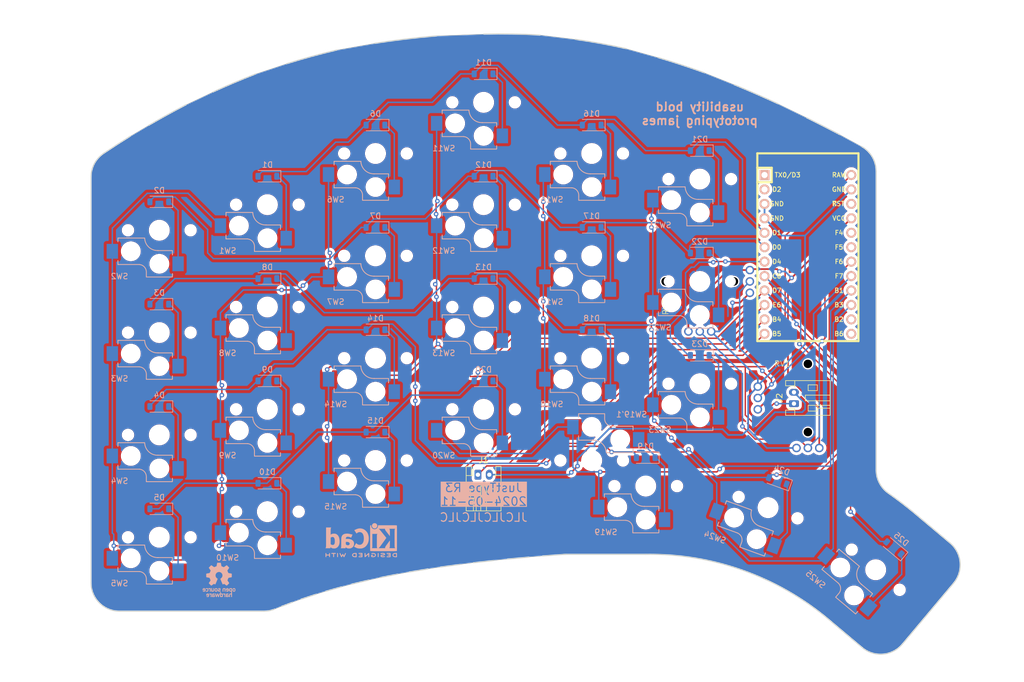
<source format=kicad_pcb>
(kicad_pcb (version 20240108) (generator "pcbnew") (generator_version "8.0")
  (title_block (title "Just Type") (date "2024-05-11") (rev "3") (company "justfont & Pragmatic Inc.") (comment 1 "by James Sa"))
  (layers (0 "F.Cu" signal) (31 "B.Cu" signal) (34 "B.Paste" user) (35 "F.Paste" user) (36 "B.SilkS" user "B.Silkscreen") (37 "F.SilkS" user "F.Silkscreen") (38 "B.Mask" user) (39 "F.Mask" user) (44 "Edge.Cuts" user))
  (net 0 "")
  (net 1 "Net-(D1-K)")
  (net 2 "Row 1")
  (net 3 "Net-(D2-K)")
  (net 4 "Net-(D3-K)")
  (net 5 "Net-(D4-K)")
  (net 6 "Net-(D5-K)")
  (net 7 "Row 2")
  (net 8 "Net-(D6-K)")
  (net 9 "Net-(D7-K)")
  (net 10 "Net-(D8-K)")
  (net 11 "Net-(D9-K)")
  (net 12 "Net-(D10-K)")
  (net 13 "Row 3")
  (net 14 "Net-(D11-K)")
  (net 15 "Net-(D12-K)")
  (net 16 "Net-(D13-K)")
  (net 17 "Net-(D14-K)")
  (net 18 "Net-(D15-K)")
  (net 19 "Row 4")
  (net 20 "Net-(D16-K)")
  (net 21 "Net-(D17-K)")
  (net 22 "Net-(D18-K)")
  (net 23 "Net-(D19-K)")
  (net 24 "Net-(D20-K)")
  (net 25 "Row 5")
  (net 26 "Net-(D21-K)")
  (net 27 "Net-(D22-K)")
  (net 28 "Net-(D23-K)")
  (net 29 "Net-(D24-K)")
  (net 30 "Net-(D25-K)")
  (net 31 "Col 1")
  (net 32 "Col 2")
  (net 33 "Col 3")
  (net 34 "Col 4")
  (net 35 "Col 5")
  (net 41 "GND")
  (net 44 "BAT+")
  (net 45 "VCC")
  (net 46 "X")
  (net 47 "Y")
  (footprint "Connector_JST:JST_PH_S2B-PH-K_1x02_P2.00mm_Horizontal" (layer "F.Cu") (at 108 116)
    (property "Reference" "J1")
    (property "Value" "Conn_01x02")
  )
  (footprint "keyboard_jsa:ArduinoProMicro" (layer "F.Cu") (at 166 77.25 -90)
    (property "Reference" "U1" (hide yes))
    (property "Value" "ProMicro" (hide yes))
  )
  (footprint "keyboard_jsa:PSP thumbstick" (layer "F.Cu") (at 166 102.5)
    (property "Reference" "RV1")
    (property "Value" "R_Potentiometer_Dual")
  )
  (footprint "Connector_JST:JST_PH_S2B-PH-K_1x02_P2.00mm_Horizontal" (layer "F.Cu") (at 163.55 103.5 90)
    (property "Reference" "J2")
    (property "Value" "Conn_01x02")
  )
  (footprint "keyboard_jsa:PSP thumbstick" (layer "F.Cu") (at 147 82 90)
    (property "Reference" "RV2")
    (property "Value" "R_Potentiometer_Dual")
  )
  (footprint "Diode_SMD:D_SOD-123" (layer "B.Cu") (at 71 117.5 180)
    (property "Reference" "D10")
    (property "Value" "1N4448W")
  )
  (footprint "Diode_SMD:D_SOD-123" (layer "B.Cu") (at 52 122 180)
    (property "Reference" "D5")
    (property "Value" "1N4448W")
  )
  (footprint "keyboard_jsa:ChocV1_Hotswap" (layer "B.Cu") (at 128 59.5 180)
    (property "Reference" "SW16")
    (property "Value" "SW_Push" (hide yes))
  )
  (footprint "Diode_SMD:D_SOD-123" (layer "B.Cu") (at 71 63.5 180)
    (property "Reference" "D1")
    (property "Value" "1N4448W")
  )
  (footprint "keyboard_jsa:ChocV1_Hotswap" (layer "B.Cu") (at 147 82 180)
    (property "Reference" "SW22")
    (property "Value" "SW_Push" (hide yes))
  )
  (footprint "keyboard_jsa:ChocV1_Hotswap" (layer "B.Cu") (at 128 95.5 180)
    (property "Reference" "SW18")
    (property "Value" "SW_Push" (hide yes))
  )
  (footprint "keyboard_jsa:ChocV1_Hotswap" (layer "B.Cu") (at 52 91 180)
    (property "Reference" "SW3")
    (property "Value" "SW_Push" (hide yes))
  )
  (footprint "Diode_SMD:D_SOD-123" (layer "B.Cu") (at 128 72.5 180)
    (property "Reference" "D17")
    (property "Value" "1N4448W")
  )
  (footprint "keyboard_jsa:ChocV1_Hotswap" (layer "B.Cu") (at 90 95.5 180)
    (property "Reference" "SW14")
    (property "Value" "SW_Push" (hide yes))
  )
  (footprint "Diode_SMD:D_SOD-123" (layer "B.Cu") (at 52 86 180)
    (property "Reference" "D3")
    (property "Value" "1N4448W")
  )
  (footprint "Symbol:KiCad-Logo2_5mm_SilkScreen" (layer "B.Cu") (at 87.5 127.5 180)
    (property "Reference" "REF**" (hide yes))
    (property "Value" "KiCad-Logo2_5mm_SilkScreen" (hide yes))
  )
  (footprint "Diode_SMD:D_SOD-123" (layer "B.Cu") (at 52 104 180)
    (property "Reference" "D4")
    (property "Value" "1N4448W")
  )
  (footprint "Diode_SMD:D_SOD-123" (layer "B.Cu") (at 109 81.5 180)
    (property "Reference" "D13")
    (property "Value" "1N4448W")
  )
  (footprint "Diode_SMD:D_SOD-123" (layer "B.Cu") (at 181.125497 128.882718 140)
    (property "Reference" "D25")
    (property "Value" "1N4448W")
  )
  (footprint "Diode_SMD:D_SOD-123" (layer "B.Cu") (at 147 95 180)
    (property "Reference" "D23")
    (property "Value" "1N4448W")
  )
  (footprint "Diode_SMD:D_SOD-123" (layer "B.Cu") (at 147 59 180)
    (property "Reference" "D21")
    (property "Value" "1N4448W")
  )
  (footprint "keyboard_jsa:ChocV1_Hotswap" (layer "B.Cu") (at 128 113.5)
    (property "Reference" "SW19'1")
    (property "Value" "SW_Push" (hide yes))
  )
  (footprint "Diode_SMD:D_SOD-123" (layer "B.Cu") (at 128 90.5 180)
    (property "Reference" "D18")
    (property "Value" "1N4448W")
  )
  (footprint "keyboard_jsa:ChocV1_Hotswap" (layer "B.Cu") (at 109 86.5 180)
    (property "Reference" "SW13")
    (property "Value" "SW_Push" (hide yes))
  )
  (footprint "Symbol:OSHW-Logo_5.7x6mm_SilkScreen" (layer "B.Cu") (at 62.5 134.5 180)
    (property "Reference" "REF**" (hide yes))
    (property "Value" "OSHW-Logo_5.7x6mm_SilkScreen" (hide yes))
  )
  (footprint "Diode_SMD:D_SOD-123" (layer "B.Cu") (at 109 99.5 180)
    (property "Reference" "D20")
    (property "Value" "1N4448W")
  )
  (footprint "Diode_SMD:D_SOD-123" (layer "B.Cu") (at 90 90.5 180)
    (property "Reference" "D14")
    (property "Value" "1N4448W")
  )
  (footprint "Diode_SMD:D_SOD-123" (layer "B.Cu") (at 90 72.5 180)
    (property "Reference" "D7")
    (property "Value" "1N4448W")
  )
  (footprint "keyboard_jsa:ChocV1_Hotswap" (layer "B.Cu") (at 177.911559 132.71294 140)
    (property "Reference" "SW25")
    (property "Value" "SW_Push" (hide yes))
  )
  (footprint "Diode_SMD:D_SOD-123" (layer "B.Cu") (at 90 108.5 180)
    (property "Reference" "D15")
    (property "Value" "1N4448W")
  )
  (footprint "keyboard_jsa:ChocV1_Hotswap" (layer "B.Cu") (at 90 59.5 180)
    (property "Reference" "SW6")
    (property "Value" "SW_Push" (hide yes))
  )
  (footprint "keyboard_jsa:ChocV1_Hotswap" (layer "B.Cu") (at 71 86.5 180)
    (property "Reference" "SW8")
    (property "Value" "SW_Push" (hide yes))
  )
  (footprint "keyboard_jsa:ChocV1_Hotswap" (layer "B.Cu") (at 159 121.791958 160)
    (property "Reference" "SW24")
    (property "Value" "SW_Push" (hide yes))
  )
  (footprint "keyboard_jsa:ChocV1_Hotswap" (layer "B.Cu") (at 71 68.5 180)
    (property "Reference" "SW1")
    (property "Value" "SW_Push" (hide yes))
  )
  (footprint "keyboard_jsa:ChocV1_Hotswap" (layer "B.Cu") (at 90 113.5 180)
    (property "Reference" "SW15")
    (property "Value" "SW_Push" (hide yes))
  )
  (footprint "Diode_SMD:D_SOD-123" (layer "B.Cu") (at 90 54.5 180)
    (property "Reference" "D6")
    (property "Value" "1N4448W")
  )
  (footprint "keyboard_jsa:ChocV1_Hotswap" (layer "B.Cu") (at 128 77.5 180)
    (property "Reference" "SW17")
    (property "Value" "SW_Push" (hide yes))
  )
  (footprint "keyboard_jsa:ChocV1_Hotswap" (layer "B.Cu") (at 90 77.5 180)
    (property "Reference" "SW7")
    (property "Value" "SW_Push" (hide yes))
  )
  (footprint "Diode_SMD:D_SOD-123" (layer "B.Cu") (at 52 68 180)
    (property "Reference" "D2")
    (property "Value" "1N4448W")
  )
  (footprint "keyboard_jsa:ChocV1_Hotswap" (layer "B.Cu") (at 109 68.5 180)
    (property "Reference" "SW12")
    (property "Value" "SW_Push" (hide yes))
  )
  (footprint "keyboard_jsa:ChocV1_Hotswap" (layer "B.Cu") (at 71 122.5 180)
    (property "Reference" "SW10")
    (property "Value" "SW_Push" (hide yes))
  )
  (footprint "Diode_SMD:D_SOD-123" (layer "B.Cu") (at 137.5 113 180)
    (property "Reference" "D19")
    (property "Value" "1N4448W")
  )
  (footprint "Diode_SMD:D_SOD-123" (layer "B.Cu") (at 109 63.5 180)
    (property "Reference" "D12")
    (property "Value" "1N4448W")
  )
  (footprint "keyboard_jsa:ChocV1_Hotswap" (layer "B.Cu") (at 71 104.5 180)
    (property "Reference" "SW9")
    (property "Value" "SW_Push" (hide yes))
  )
  (footprint "Diode_SMD:D_SOD-123" (layer "B.Cu") (at 128 54.5 180)
    (property "Reference" "D16")
    (property "Value" "1N4448W")
  )
  (footprint "Diode_SMD:D_SOD-123" (layer "B.Cu") (at 147 77 180)
    (property "Reference" "D22")
    (property "Value" "1N4448W")
  )
  (footprint "Diode_SMD:D_SOD-123" (layer "B.Cu") (at 71 99.5 180)
    (property "Reference" "D9")
    (property "Value" "1N4448W")
  )
  (footprint "Diode_SMD:D_SOD-123" (layer "B.Cu") (at 160.710101 117.093495 160)
    (property "Reference" "D24")
    (property "Value" "1N4448W")
  )
  (footprint "keyboard_jsa:ChocV1_Hotswap" (layer "B.Cu") (at 147 64 180)
    (property "Reference" "SW21")
    (property "Value" "SW_Push" (hide yes))
  )
  (footprint "keyboard_jsa:ChocV1_Hotswap" (layer "B.Cu") (at 147 100 180)
    (property "Reference" "SW23")
    (property "Value" "SW_Push" (hide yes))
  )
  (footprint "keyboard_jsa:ChocV1_Hotswap" (layer "B.Cu") (at 137.5 118 180)
    (property "Reference" "SW19")
    (property "Value" "SW_Push" (hide yes))
  )
  (footprint "keyboard_jsa:ChocV1_Hotswap" (layer "B.Cu") (at 52 73 180)
    (property "Reference" "SW2")
    (property "Value" "SW_Push" (hide yes))
  )
  (footprint "Diode_SMD:D_SOD-123" (layer "B.Cu") (at 71 81.5 180)
    (property "Reference" "D8")
    (property "Value" "1N4448W")
  )
  (footprint "keyboard_jsa:ChocV1_Hotswap" (layer "B.Cu") (at 109 50.5 180)
    (property "Reference" "SW11")
    (property "Value" "SW_Push" (hide yes))
  )
  (footprint "keyboard_jsa:ChocV1_Hotswap" (layer "B.Cu") (at 109 104.5 180)
    (property "Reference" "SW20")
    (property "Value" "SW_Push" (hide yes))
  )
  (footprint "keyboard_jsa:ChocV1_Hotswap" (layer "B.Cu") (at 52 109 180)
    (property "Reference" "SW4")
    (property "Value" "SW_Push" (hide yes))
  )
  (footprint "Diode_SMD:D_SOD-123" (layer "B.Cu") (at 109 45.5 180)
    (property "Reference" "D11")
    (property "Value" "1N4448W")
  )
  (footprint "keyboard_jsa:ChocV1_Hotswap" (layer "B.Cu") (at 52 127 180)
    (property "Reference" "SW5")
    (property "Value" "SW_Push" (hide yes))
  )
  (gr_curve (pts (xy 84.016476 135.725166) (xy 83.092689 135.974523) (xy 82.183506 136.230197) (xy 81.288627 136.492059)) (stroke (width 0.2)) (layer "Edge.Cuts"))
  (gr_line (start 100.733679 38.813528) (end 109.029466 38.5) (stroke (width 0.1)) (layer "Edge.Cuts"))
  (gr_curve (pts (xy 88.784172 134.542732) (xy 87.800422 134.76615) (xy 86.83195 134.996178) (xy 85.878654 135.23277)) (stroke (width 0.2)) (layer "Edge.Cuts"))
  (gr_line (start 99.227767 132.570724) (end 101.448352 132.233364) (stroke (width 0.1)) (layer "Edge.Cuts"))
  (gr_curve (pts (xy 42.220558 59.484936) (xy 41.679348 59.846861) (xy 41.214004 60.311035) (xy 40.850719 60.851333)) (stroke (width 0.2)) (layer "Edge.Cuts"))
  (gr_curve (pts (xy 123.115502 130.012103) (xy 121.858284 130.099737) (xy 120.6111 130.191712) (xy 119.373953 130.288029)) (stroke (width 0.2)) (layer "Edge.Cuts"))
  (gr_arc (start 45 140) (mid 41.464466 138.535534) (end 40 135) (stroke (width 0.2)) (layer "Edge.Cuts"))
  (gr_curve (pts (xy 116.930186 130.493868) (xy 115.679743 130.601923) (xy 114.440159 130.714676) (xy 113.21161 130.832202)) (stroke (width 0.2)) (layer "Edge.Cuts"))
  (gr_curve (pts (xy 99.227767 132.570724) (xy 98.124502 132.742444) (xy 97.035292 132.920244) (xy 95.960553 133.104303)) (stroke (width 0.2)) (layer "Edge.Cuts"))
  (gr_curve (pts (xy 153.038122 47.394119) (xy 155.642059 48.468047) (xy 158.211734 49.591916) (xy 160.752359 50.758129)) (stroke (width 0.2)) (layer "Edge.Cuts"))
  (gr_arc (start 137.500001 130) (mid 154.943204 132.944448) (end 170.196417 141.904055) (stroke (width 0.2)) (layer "Edge.Cuts"))
  (gr_line (start 84.016476 135.725166) (end 85.878654 135.23277) (stroke (width 0.1)) (layer "Edge.Cuts"))
  (gr_curve (pts (xy 139.616116 42.610928) (xy 142.394317 43.430839) (xy 145.118315 44.329759) (xy 147.795987 45.296206)) (stroke (width 0.2)) (layer "Edge.Cuts"))
  (gr_curve (pts (xy 89.862863 40.126827) (xy 93.295417 39.586664) (xy 96.913023 39.145682) (xy 100.733679 38.813528)) (stroke (width 0.2)) (layer "Edge.Cuts"))
  (gr_curve (pts (xy 40.850719 60.851333) (xy 40.574974 61.261437) (xy 40.361546 61.710166) (xy 40.217406 62.182866)) (stroke (width 0.2)) (layer "Edge.Cuts"))
  (gr_line (start 93.855871 133.4918) (end 95.960553 133.104303) (stroke (width 0.1)) (layer "Edge.Cuts"))
  (gr_line (start 104.880398 131.771086) (end 107.20703 131.479598) (stroke (width 0.1)) (layer "Edge.Cuts"))
  (gr_line (start 134.00551 41.050116) (end 139.616116 42.610928) (stroke (width 0.1)) (layer "Edge.Cuts"))
  (gr_arc (start 182.602101 145.789591) (mid 179.207323 147.555984) (end 175.557824 146.404541) (stroke (width 0.2)) (layer "Edge.Cuts"))
  (gr_curve (pts (xy 75.338288 138.460836) (xy 74.712281 138.68903) (xy 74.093911 138.920529) (xy 73.483094 139.155294)) (stroke (width 0.2)) (layer "Edge.Cuts"))
  (gr_curve (pts (xy 79.540491 137.033786) (xy 78.67326 137.307607) (xy 77.819704 137.587344) (xy 76.979522 137.872865)) (stroke (width 0.2)) (layer "Edge.Cuts"))
  (gr_line (start 110.788724 131.082053) (end 113.21161 130.832202) (stroke (width 0.1)) (layer "Edge.Cuts"))
  (gr_line (start 72.283934 139.634547) (end 73.483094 139.155294) (stroke (width 0.1)) (layer "Edge.Cuts"))
  (gr_line (start 147.795987 45.296206) (end 153.038122 47.394119) (stroke (width 0.1)) (layer "Edge.Cuts"))
  (gr_line (start 178 115.157828) (end 178 62.637975) (stroke (width 0.2)) (layer "Edge.Cuts"))
  (gr_curve (pts (xy 123.289238 130.003027) (xy 123.347198 130.001009) (xy 123.405189 130) (xy 123.463184 130)) (stroke (width 0.2)) (layer "Edge.Cuts"))
  (gr_line (start 74.361225 43.717961) (end 68.875212 45.53744) (stroke (width 0.1)) (layer "Edge.Cuts"))
  (gr_line (start 160.752359 50.758129) (end 165.759318 53.198846) (stroke (width 0.1)) (layer "Edge.Cuts"))
  (gr_line (start 190.988209 128.022397) (end 185.627154 123.522206) (stroke (width 0.2)) (layer "Edge.Cuts"))
  (gr_curve (pts (xy 61.431025 48.687305) (xy 63.827701 47.591943) (xy 66.305008 46.539797) (xy 68.875212 45.53744)) (stroke (width 0.2)) (layer "Edge.Cuts"))
  (gr_curve (pts (xy 110.788724 131.082053) (xy 109.583093 131.209492) (xy 108.389085 131.34196) (xy 107.20703 131.479598)) (stroke (width 0.2)) (layer "Edge.Cuts"))
  (gr_curve (pts (xy 176.731955 59.310436) (xy 176.355318 58.888025) (xy 175.909683 58.532609) (xy 175.414078 58.259365)) (stroke (width 0.2)) (layer "Edge.Cuts"))
  (gr_line (start 123.463184 130) (end 137.500001 130) (stroke (width 0.2)) (layer "Edge.Cuts"))
  (gr_line (start 171.591719 56.177515) (end 175.414078 58.259365) (stroke (width 0.1)) (layer "Edge.Cuts"))
  (gr_curve (pts (xy 70.407507 140) (xy 70.728341 140) (xy 71.048432 139.96912) (xy 71.363349 139.907786)) (stroke (width 0.2)) (layer "Edge.Cuts"))
  (gr_curve (pts (xy 93.855871 133.4918) (xy 92.811071 133.68881) (xy 91.781355 133.892345) (xy 90.766948 134.102503)) (stroke (width 0.2)) (layer "Edge.Cuts"))
  (gr_line (start 182.602101 145.789591) (end 191.603159 135.066674) (stroke (width 0.2)) (layer "Edge.Cuts"))
  (gr_line (start 88.784172 134.542732) (end 90.766948 134.102503) (stroke (width 0.1)) (layer "Edge.Cuts"))
  (gr_line (start 46.887008 56.469419) (end 50.150097 54.540607) (stroke (width 0.1)) (layer "Edge.Cuts"))
  (gr_curve (pts (xy 71.363349 139.907786) (xy 71.678266 139.846453) (xy 71.98655 139.754951) (xy 72.283934 139.634547)) (stroke (width 0.2)) (layer "Edge.Cuts"))
  (gr_arc (start 180.125134 119.248691) (mid 182.927235 121.31967) (end 185.627154 123.522206) (stroke (width 0.2)) (layer "Edge.Cuts"))
  (gr_line (start 118.934613 38.67043) (end 125.101451 39.42045) (stroke (width 0.1)) (layer "Edge.Cuts"))
  (gr_curve (pts (xy 74.361225 43.717961) (xy 77.168011 42.842405) (xy 80.102359 42.035219) (xy 83.182807 41.306337)) (stroke (width 0.2)) (layer "Edge.Cuts"))
  (gr_curve (pts (xy 165.759318 53.198846) (xy 167.717517 54.171234) (xy 169.661304 55.164629) (xy 171.591719 56.177515)) (stroke (width 0.2)) (layer "Edge.Cuts"))
  (gr_curve (pts (xy 42.220558 59.484936) (xy 43.746963 58.464179) (xy 45.302318 57.458938) (xy 46.887008 56.469419)) (stroke (width 0.2)) (layer "Edge.Cuts"))
  (gr_arc (start 180.125134 119.248691) (mid 178.562978 117.462788) (end 178 115.157828) (stroke (width 0.2)) (layer "Edge.Cuts"))
  (gr_line (start 89.862863 40.126827) (end 83.182807 41.306337) (stroke (width 0.1)) (layer "Edge.Cuts"))
  (gr_line (start 79.540491 137.033786) (end 81.288627 136.492059) (stroke (width 0.1)) (layer "Edge.Cuts"))
  (gr_line (start 116.930186 130.493868) (end 119.373953 130.288029) (stroke (width 0.1)) (layer "Edge.Cuts"))
  (gr_curve (pts (xy 178 62.637975) (xy 178 61.986901) (xy 177.872831 61.342051) (xy 177.62565 60.739723)) (stroke (width 0.2)) (layer "Edge.Cuts"))
  (gr_curve (pts (xy 50.150097 54.540607) (xy 52.282901 53.303818) (xy 54.470623 52.096464) (xy 56.718303 50.921245)) (stroke (width 0.2)) (layer "Edge.Cuts"))
  (gr_curve (pts (xy 177.62565 60.739723) (xy 177.410791 60.216156) (xy 177.108591 59.732848) (xy 176.731955 59.310436)) (stroke (width 0.2)) (layer "Edge.Cuts"))
  (gr_curve (pts (xy 125.101451 39.42045) (xy 128.145554 39.852769) (xy 131.111025 40.399707) (xy 134.00551 41.050116)) (stroke (width 0.2)) (layer "Edge.Cuts"))
  (gr_curve (pts (xy 104.880398 131.771086) (xy 103.723469 131.919592) (xy 102.579313 132.073624) (xy 101.448352 132.233364)) (stroke (width 0.2)) (layer "Edge.Cuts"))
  (gr_arc (start 190.988209 128.022397) (mid 192.754602 131.417175) (end 191.603159 135.066674) (stroke (width 0.2)) (layer "Edge.Cuts"))
  (gr_curve (pts (xy 40.217406 62.182866) (xy 40.073266 62.655565) (xy 40 63.147033) (xy 40 63.64122)) (stroke (width 0.2)) (layer "Edge.Cuts"))
  (gr_curve (pts (xy 109.029466 38.5) (xy 112.423909 38.421645) (xy 115.725597 38.478496) (xy 118.934613 38.67043)) (stroke (width 0.2)) (layer "Edge.Cuts"))
  (gr_line (start 170.196417 141.904055) (end 175.557824 146.404541) (stroke (width 0.2)) (layer "Edge.Cuts"))
  (gr_line (start 56.718303 50.921245) (end 61.431025 48.687305) (stroke (width 0.1)) (layer "Edge.Cuts"))
  (gr_curve (pts (xy 123.115502 130.012103) (xy 123.173357 130.00807) (xy 123.231278 130.005044) (xy 123.289238 130.003027)) (stroke (width 0.2)) (layer "Edge.Cuts"))
  (gr_line (start 75.338288 138.460836) (end 76.979522 137.872865) (stroke (width 0.1)) (layer "Edge.Cuts"))
  (gr_line (start 45 140) (end 70.407507 140) (stroke (width 0.2)) (layer "Edge.Cuts"))
  (gr_line (start 40 63.64122) (end 40 135) (stroke (width 0.2)) (layer "Edge.Cuts"))
  (gr_text "JustType R3\n2024-05-11\n" (at 109 119.5 0) (layer "B.SilkS" knockout) (effects (font (size 1.5 1.5) (thickness 0.1875)) (justify mirror)))
  (gr_text "usability bold\nprototyping james" (at 147 52.5 0) (layer "B.SilkS") (effects (font (size 1.5 1.5) (thickness 0.3) (bold yes)) (justify mirror)))
  (gr_text "JLCJLCJLCJLC" (at 109 123.5 -0) (layer "B.SilkS") (effects (font (size 1.5 1.5) (thickness 0.1875)) (justify mirror)))
  (segment (start 74.302 65.027) (end 74.302 74.4) (width 0.25) (layer "B.Cu") (net 1))
  (segment (start 72.775 63.5) (end 74.302 65.027) (width 0.25) (layer "B.Cu") (net 1))
  (segment (start 70.05 62.675) (end 69.225 63.5) (width 0.25) (layer "B.Cu") (net 2))
  (segment (start 122 54.5) (end 111.5 44) (width 0.25) (layer "B.Cu") (net 2))
  (segment (start 126.225 54.5) (end 122 54.5) (width 0.25) (layer "B.Cu") (net 2))
  (segment (start 88.225 54.5) (end 85.225 57.5) (width 0.25) (layer "B.Cu") (net 2))
  (segment (start 100 50.5) (end 92.225 50.5) (width 0.25) (layer "B.Cu") (net 2))
  (segment (start 107.225 45.5) (end 105 45.5) (width 0.25) (layer "B.Cu") (net 2))
  (segment (start 154.5 69.5) (end 154.5 60.5) (width 0.25) (layer "B.Cu") (net 2))
  (segment (start 157.1787 72.1787) (end 154.5 69.5) (width 0.25) (layer "B.Cu") (net 2))
  (segment (start 92.225 50.5) (end 88.225 54.5) (width 0.25) (layer "B.Cu") (net 2))
  (segment (start 154.5 60.5) (end 151.5 57.5) (width 0.25) (layer "B.Cu") (net 2))
  (segment (start 151.5 57.5) (end 146.725 57.5) (width 0.25) (layer "B.Cu") (net 2))
  (segment (start 132 53.5) (end 127.225 53.5) (width 0.25) (layer "B.Cu") (net 2))
  (segment (start 105 45.5) (end 100 50.5) (width 0.25) (layer "B.Cu") (net 2))
  (segment (start 146.725 57.5) (end 145.225 59) (width 0.25) (layer "B.Cu") (net 2))
  (segment (start 137.5 59) (end 132 53.5) (width 0.25) (layer "B.Cu") (net 2))
  (segment (start 77.825 62.675) (end 70.05 62.675) (width 0.25) (layer "B.Cu") (net 2))
  (segment (start 145.225 59) (end 137.5 59) (width 0.25) (layer "B.Cu") (net 2))
  (segment (start 83 57.5) (end 77.825 62.675) (width 0.25) (layer "B.Cu") (net 2))
  (segment (start 111.5 44) (end 108.725 44) (width 0.25) (layer "B.Cu") (net 2))
  (segment (start 85.225 57.5) (end 83 57.5) (width 0.25) (layer "B.Cu") (net 2))
  (segment (start 158.38 73.44) (end 157.1787 72.2387) (width 0.25) (layer "B.Cu") (net 2))
  (segment (start 127.225 53.5) (end 126.225 54.5) (width 0.25) (layer "B.Cu") (net 2))
  (segment (start 157.1787 72.2387) (end 157.1787 72.1787) (width 0.25) (layer "B.Cu") (net 2))
  (segment (start 108.725 44) (end 107.225 45.5) (width 0.25) (layer "B.Cu") (net 2))
  (segment (start 53.775 68) (end 55.302 69.527) (width 0.25) (layer "B.Cu") (net 3))
  (segment (start 55.302 69.527) (end 55.302 78.9) (width 0.25) (layer "B.Cu") (net 3))
  (segment (start 55.302 87.527) (end 55.302 96.9) (width 0.25) (layer "B.Cu") (net 4))
  (segment (start 53.775 86) (end 55.302 87.527) (width 0.25) (layer "B.Cu") (net 4))
  (segment (start 55.302 105.527) (end 55.302 114.9) (width 0.25) (layer "B.Cu") (net 5))
  (segment (start 53.775 104) (end 55.302 105.527) (width 0.25) (layer "B.Cu") (net 5))
  (segment (start 53.775 122) (end 55.302 123.527) (width 0.25) (layer "B.Cu") (net 6))
  (segment (start 55.302 123.527) (end 55.302 132.9) (width 0.25) (layer "B.Cu") (net 6))
  (segment (start 98.775 71) (end 89.725 71) (width 0.25) (layer "B.Cu") (net 7))
  (segment (start 60.5 77) (end 60.5 72.875) (width 0.25) (layer "B.Cu") (net 7))
  (segment (start 127.05 71.675) (end 126.225 72.5) (width 0.25) (layer "B.Cu") (net 7))
  (segment (start 89.725 71) (end 88.225 72.5) (width 0.25) (layer "B.Cu") (net 7))
  (segment (start 145.225 75.775) (end 146.5 74.5) (width 0.25) (layer "B.Cu") (net 7))
  (segment (start 146.5 74.5) (end 156.9 74.5) (width 0.25) (layer "B.Cu") (net 7))
  (segment (start 145.225 77) (end 139.9 71.675) (width 0.25) (layer "B.Cu") (net 7))
  (segment (start 156.9 74.5) (end 158.38 75.98) (width 0.25) (layer "B.Cu") (net 7))
  (segment (start 126.225 72.5) (end 122.5 72.5) (width 0.25) (layer "B.Cu") (net 7))
  (segment (start 122.5 72.5) (end 112.5 62.5) (width 0.25) (layer "B.Cu") (net 7))
  (segment (start 112.5 62.5) (end 108.225 62.5) (width 0.25) (layer "B.Cu") (net 7))
  (segment (start 88.225 72.5) (end 87.5 72.5) (width 0.25) (layer "B.Cu") (net 7))
  (segment (start 139.9 71.675) (end 127.05 71.675) (width 0.25) (layer "B.Cu") (net 7))
  (segment (start 87.5 72.5) (end 82 78) (width 0.25) (layer "B.Cu") (net 7))
  (segment (start 108.225 62.5) (end 107.225 63.5) (width 0.25) (layer "B.Cu") (net 7))
  (segment (start 60.5 72.875) (end 54.8 67.175) (width 0.25) (layer "B.Cu") (net 7))
  (segment (start 61.5 78) (end 60.5 77) (width 0.25) (layer "B.Cu") (net 7))
  (segment (start 106.275 63.5) (end 98.775 71) (width 0.25) (layer "B.Cu") (net 7))
  (segment (start 145.225 77) (end 145.225 75.775) (width 0.25) (layer "B.Cu") (net 7))
  (segment (start 107.225 63.5) (end 106.275 63.5) (width 0.25) (layer "B.Cu") (net 7))
  (segment (start 51.05 67.175) (end 50.225 68) (width 0.25) (layer "B.Cu") (net 7))
  (segment (start 54.8 67.175) (end 51.05 67.175) (width 0.25) (layer "B.Cu") (net 7))
  (segment (start 82 78) (end 61.5 78) (width 0.25) (layer "B.Cu") (net 7))
  (segment (start 93.302 56.027) (end 93.302 65.4) (width 0.25) (layer "B.Cu") (net 8))
  (segment (start 91.775 54.5) (end 93.302 56.027) (width 0.25) (layer "B.Cu") (net 8))
  (segment (start 91.775 72.5) (end 93.302 74.027) (width 0.25) (layer "B.Cu") (net 9))
  (segment (start 93.302 74.027) (end 93.302 83.4) (width 0.25) (layer "B.Cu") (net 9))
  (segment (start 72.775 81.5) (end 74.302 83.027) (width 0.25) (layer "B.Cu") (net 10))
  (segment (start 74.302 83.027) (end 74.302 92.4) (width 0.25) (layer "B.Cu") (net 10))
  (segment (start 74.302 101.027) (end 74.302 110.4) (width 0.25) (layer "B.Cu") (net 11))
  (segment (start 72.775 99.5) (end 74.302 101.027) (width 0.25) (layer "B.Cu") (net 11))
  (segment (start 72.775 117.5) (end 74.302 119.027) (width 0.25) (layer "B.Cu") (net 12))
  (segment (start 74.302 119.027) (end 74.302 128.4) (width 0.25) (layer "B.Cu") (net 12))
  (segment (start 149.5 78.5) (end 149.374847 78.625153) (width 0.25) (layer "F.Cu") (net 13))
  (segment (start 151.5 78.5) (end 149.5 78.5) (width 0.25) (layer "F.Cu") (net 13))
  (via (at 149.374847 78.625153) (size 0.8) (drill 0.4) (layers "F.Cu" "B.Cu") (net 13))
  (via (at 151.5 78.5) (size 0.8) (drill 0.4) (layers "F.Cu" "B.Cu") (net 13))
  (segment (start 107.225 81.5) (end 102.905 81.5) (width 0.25) (layer "B.Cu") (net 13))
  (segment (start 144.5 87) (end 141.825 89.675) (width 0.25) (layer "B.Cu") (net 13))
  (segment (start 145 95) (end 141.825 91.825) (width 0.25) (layer "B.Cu") (net 13))
  (segment (start 74.175 80.675) (end 70.05 80.675) (width 0.25) (layer "B.Cu") (net 13))
  (segment (start 127.05 89.675) (end 141.825 89.675) (width 0.25) (layer "B.Cu") (net 13))
  (segment (start 127.05 89.675) (end 126.225 90.5) (width 0.25) (layer "B.Cu") (net 13))
  (segment (start 54.725 81.5) (end 50.225 86) (width 0.25) (layer "B.Cu") (net 13))
  (segment (start 126.225 90.5) (end 123 90.5) (width 0.25) (layer "B.Cu") (net 13))
  (segment (start 151.52 78.52) (end 151.5 78.5) (width 0.25) (layer "B.Cu") (net 13))
  (segment (start 144.5 80.5) (end 144.5 87) (width 0.25) (layer "B.Cu") (net 13))
  (segment (start 141.825 91.825) (end 141.825 89.675) (width 0.25) (layer "B.Cu") (net 13))
  (segment (start 145.5 79.5) (end 144.5 80.5) (width 0.25) (layer "B.Cu") (net 13))
  (segment (start 81 87.5) (end 74.175 80.675) (width 0.25) (layer "B.Cu") (net 13))
  (segment (start 113.175 80.675) (end 108.05 80.675) (width 0.25) (layer "B.Cu") (net 13))
  (segment (start 158.38 78.52) (end 151.52 78.52) (width 0.25) (layer "B.Cu") (net 13))
  (segment (start 70.05 80.675) (end 69.225 81.5) (width 0.25) (layer "B.Cu") (net 13))
  (segment (start 123 90.5) (end 113.175 80.675) (width 0.25) (layer "B.Cu") (net 13))
  (segment (start 146.874847 78.625153) (end 146 79.5) (width 0.25) (layer "B.Cu") (net 13))
  (segment (start 146 79.5) (end 145.5 79.5) (width 0.25) (layer "B.Cu") (net 13))
  (segment (start 69.225 81.5) (end 54.725 81.5) (width 0.25) (layer "B.Cu") (net 13))
  (segment (start 149.374847 78.625153) (end 146.874847 78.625153) (width 0.25) (layer "B.Cu") (net 13))
  (segment (start 102.905 81.5) (end 96.905 87.5) (width 0.25) (layer "B.Cu") (net 13))
  (segment (start 96.905 87.5) (end 81 87.5) (width 0.25) (layer "B.Cu") (net 13))
  (segment (start 108.05 80.675) (end 107.225 81.5) (width 0.25) (layer "B.Cu") (net 13))
  (segment (start 112.302 47.027) (end 112.302 56.4) (width 0.25) (layer "B.Cu") (net 14))
  (segment (start 110.775 45.5) (end 112.302 47.027) (width 0.25) (layer "B.Cu") (net 14))
  (segment (start 112.302 65.027) (end 112.302 74.4) (width 0.25) (layer "B.Cu") (net 15))
  (segment (start 110.775 63.5) (end 112.302 65.027) (width 0.25) (layer "B.Cu") (net 15))
  (segment (start 112.302 83.027) (end 112.302 92.4) (width 0.25) (layer "B.Cu") (net 16))
  (segment (start 110.775 81.5) (end 112.302 83.027) (width 0.25) (layer "B.Cu") (net 16))
  (segment (start 91.775 90.5) (end 93.302 92.027) (width 0.25) (layer "B.Cu") (net 17))
  (segment (start 93.302 92.027) (end 93.302 101.4) (width 0.25) (layer "B.Cu") (net 17))
  (segment (start 91.775 108.5) (end 93.302 110.027) (width 0.25) (layer "B.Cu") (net 18))
  (segment (start 93.302 110.027) (end 93.302 119.4) (width 0.25) (layer "B.Cu") (net 18))
  (segment (start 130.5 111) (end 123 111) (width 0.25) (layer "F.Cu") (net 19))
  (segment (start 164.545495 93) (end 172 100.454505) (width 0.25) (layer "F.Cu") (net 19))
  (segment (start 164.5 93) (end 164.545495 93) (width 0.25) (layer "F.Cu") (net 19))
  (segment (start 167.5 116) (end 160.5 116) (width 0.25) (layer "F.Cu") (net 19))
  (segment (start 131.5 112) (end 144.551183 112) (width 0.25) (layer "F.Cu") (net 19))
  (segment (start 123 111) (end 120 114) (width 0.25) (layer "F.Cu") (net 19))
  (segment (start 131.5 112) (end 130.5 111) (width 0.25) (layer "F.Cu") (net 19))
  (segment (start 172 111.5) (end 167.5 116) (width 0.25) (layer "F.Cu") (net 19))
  (segment (start 97 103) (end 97 100.5) (width 0.25) (layer "F.Cu") (net 19))
  (segment (start 144.551183 112) (end 145.038244 111.512939) (width 0.25) (layer "F.Cu") (net 19))
  (segment (start 172 100.454505) (end 172 111.5) (width 0.25) (layer "F.Cu") (net 19))
  (via (at 145.038244 111.512939) (size 0.8) (drill 0.4) (layers "F.Cu" "B.Cu") (net 19))
  (via (at 160.5 116) (size 0.8) (drill 0.4) (layers "F.Cu" "B.Cu") (net 19))
  (via (at 97 100.5) (size 0.8) (drill 0.4) (layers "F.Cu" "B.Cu") (net 19))
  (via (at 131.5 112) (size 0.8) (drill 0.4) (layers "F.Cu" "B.Cu") (net 19))
  (via (at 97 103) (size 0.8) (drill 0.4) (layers "F.Cu" "B.Cu") (net 19))
  (via (at 120 114) (size 0.8) (drill 0.4) (layers "F.Cu" "B.Cu") (net 19))
  (via (at 164.5 93) (size 0.8) (drill 0.4) (layers "F.Cu" "B.Cu") (net 19))
  (segment (start 93 89.5) (end 97 93.5) (width 0.25) (layer "B.Cu") (net 19))
  (segment (start 88.225 90.5) (end 81.5 90.5) (width 0.25) (layer "B.Cu") (net 19))
  (segment (start 150.011714 116.486409) (end 145.038244 111.512939) (width 0.25) (layer "B.Cu") (net 19))
  (segment (start 158.38 81.06) (end 164.725 87.405) (width 0.25) (layer "B.Cu") (net 19))
  (segment (start 131.5 112) (end 135.275 112) (width 0.25) (layer "B.Cu") (net 19))
  (segment (start 159.528556 116) (end 159.042147 116.486409) (width 0.25) (layer "B.Cu") (net 19))
  (segment (start 164.725 92.775) (end 164.5 93) (width 0.25) (layer "B.Cu") (net 19))
  (segment (start 89.5 89.5) (end 93 89.5) (width 0.25) (layer "B.Cu") (net 19))
  (segment (start 72.225 96.5) (end 69.225 99.5) (width 0.25) (layer "B.Cu") (net 19))
  (segment (start 120 114) (end 101 114) (width 0.25) (layer "B.Cu") (net 19))
  (segment (start 135.275 112) (end 136 112.725) (width 0.25) (layer "B.Cu") (net 19))
  (segment (start 75.5 96.5) (end 72.225 96.5) (width 0.25) (layer "B.Cu") (net 19))
  (segment (start 160.5 116) (end 159.528556 116) (width 0.25) (layer "B.Cu") (net 19))
  (segment (start 81.5 90.5) (end 75.5 96.5) (width 0.25) (layer "B.Cu") (net 19))
  (segment (start 164.725 87.405) (end 164.725 92.775) (width 0.25) (layer "B.Cu") (net 19))
  (segment (start 89.5 89.5) (end 88.5 90.5) (width 0.25) (layer "B.Cu") (net 19))
  (segment (start 67.725 101) (end 53.225 101) (width 0.25) (layer "B.Cu") (net 19))
  (segment (start 101 114) (end 97 110) (width 0.25) (layer "B.Cu") (net 19))
  (segment (start 97 110) (end 97 103) (width 0.25) (layer "B.Cu") (net 19))
  (segment (start 53.225 101) (end 50.225 104) (width 0.25) (layer "B.Cu") (net 19))
  (segment (start 159.042147 116.486409) (end 150.011714 116.486409) (width 0.25) (layer "B.Cu") (net 19))
  (segment (start 69.225 99.5) (end 67.725 101) (width 0.25) (layer "B.Cu") (net 19))
  (segment (start 97 93.5) (end 97 100.5) (width 0.25) (layer "B.Cu") (net 19))
  (segment (start 129.775 54.5) (end 131.302 56.027) (width 0.25) (layer "B.Cu") (net 20))
  (segment (start 131.302 56.027) (end 131.302 65.4) (width 0.25) (layer "B.Cu") (net 20))
  (segment (start 129.775 72.5) (end 131.302 74.027) (width 0.25) (layer "B.Cu") (net 21))
  (segment (start 131.302 74.027) (end 131.302 83.4) (width 0.25) (layer "B.Cu") (net 21))
  (segment (start 131.302 92.027) (end 131.302 101.4) (width 0.25) (layer "B.Cu") (net 22))
  (segment (start 129.775 90.5) (end 131.302 92.027) (width 0.25) (layer "B.Cu") (net 22))
  (segment (start 140.802 114.527) (end 140.802 123.9) (width 0.25) (layer "B.Cu") (net 23))
  (segment (start 136.255 109.8) (end 139.275 112.82) (width 0.25) (layer "B.Cu") (net 23))
  (segment (start 139.275 113) (end 140.802 114.527) (width 0.25) (layer "B.Cu") (net 23))
  (segment (start 112.302 101.027) (end 112.302 110.4) (width 0.25) (layer "B.Cu") (net 24))
  (segment (start 110.775 99.5) (end 112.302 101.027) (width 0.25) (layer "B.Cu") (net 24))
  (segment (start 108 98) (end 114 92) (width 0.25) (layer "F.Cu") (net 25))
  (segment (start 114 92) (end 149.98 92) (width 0.25) (layer "F.Cu") (net 25))
  (segment (start 164 89.5) (end 173.5 99) (width 0.25) (layer "F.Cu") (net 25))
  (segment (start 173.5 99) (end 173.5 122.5) (width 0.25) (layer "F.Cu") (net 25))
  (segment (start 149.98 92) (end 158.38 83.6) (width 0.25) (layer "F.Cu") (net 25))
  (via (at 173.5 122.5) (size 0.8) (drill 0.4) (layers "F.Cu" "B.Cu") (net 25))
  (via (at 164 89.5) (size 0.8) (drill 0.4) (layers "F.Cu" "B.Cu") (net 25))
  (via (at 108 98) (size 0.8) (drill 0.4) (layers "F.Cu" "B.Cu") (net 25))
  (segment (start 69.225 117.5) (end 56.425 117.5) (width 0.25) (layer "B.Cu") (net 25))
  (segment (start 164 89.22) (end 164 89.5) (width 0.25) (layer "B.Cu") (net 25))
  (segment (start 178.74177 127.74177) (end 179.765768 127.74177) (width 0.25) (layer "B.Cu") (net 25))
  (segment (start 173.5 122.5) (end 178.74177 127.74177) (width 0.25) (layer "B.Cu") (net 25))
  (segment (start 79.925 108.5) (end 70.925 117.5) (width 0.25) (layer "B.Cu") (net 25))
  (segment (start 158.38 83.6) (end 164 89.22) (width 0.25) (layer "B.Cu") (net 25))
  (segment (start 108 98.725) (end 107.225 99.5) (width 0.25) (layer "B.Cu") (net 25))
  (segment (start 96.425 102) (end 89.925 108.5) (width 0.25) (layer "B.Cu") (net 25))
  (segment (start 104.725 102) (end 96.425 102) (width 0.25) (layer "B.Cu") (net 25))
  (segment (start 70.925 117.5) (end 69.225 117.5) (width 0.25) (layer "B.Cu") (net 25))
  (segment (start 108 98) (end 108 98.725) (width 0.25) (layer "B.Cu") (net 25))
  (segment (start 51.925 122) (end 50.225 122) (width 0.25) (layer "B.Cu") (net 25))
  (segment (start 107.225 99.5) (end 104.725 102) (width 0.25) (layer "B.Cu") (net 25))
  (segment (start 56.425 117.5) (end 51.925 122) (width 0.25) (layer "B.Cu") (net 25))
  (segment (start 88.225 108.5) (end 79.925 108.5) (width 0.25) (layer "B.Cu") (net 25))
  (segment (start 89.925 108.5) (end 88.225 108.5) (width 0.25) (layer "B.Cu") (net 25))
  (segment (start 150.302 60.527) (end 150.302 69.9) (width 0.25) (layer "B.Cu") (net 26))
  (segment (start 148.775 59) (end 150.302 60.527) (width 0.25) (layer "B.Cu") (net 26))
  (segment (start 148.775 77) (end 150.302 78.527) (width 0.25) (layer "B.Cu") (net 27))
  (segment (start 150.302 78.527) (end 150.302 87.9) (width 0.25) (layer "B.Cu") (net 27))
  (segment (start 148.775 95) (end 150.302 96.527) (width 0.25) (layer "B.Cu") (net 28))
  (segment (start 150.302 96.527) (end 150.302 105.9) (width 0.25) (layer "B.Cu") (net 28))
  (segment (start 162.378055 117.700581) (end 162.378055 126.172386) (width 0.25) (layer "B.Cu") (net 29))
  (segment (start 162.378055 126.172386) (end 160.084946 128.465495) (width 0.25) (layer "B.Cu") (net 29))
  (segment (start 182.485226 133.518452) (end 176.648591 139.355087) (width 0.25) (layer "B.Cu") (net 30))
  (segment (start 182.485226 130.023666) (end 182.485226 133.518452) (width 0.25) (layer "B.Cu") (net 30))
  (segment (start 131.9 105.6) (end 121.9 105.6) (width 0.25) (layer "F.Cu") (net 31))
  (segment (start 65.474695 132.5) (end 64.474695 131.5) (width 0.25) (layer "F.Cu") (net 31))
  (segment (start 83.5 128.5) (end 79.5 132.5) (width 0.25) (layer "F.Cu") (net 31))
  (segment (start 54.5 131) (end 53.5 130) (width 0.25) (layer "F.Cu") (net 31))
  (segment (start 79.5 132.5) (end 65.474695 132.5) (width 0.25) (layer "F.Cu") (net 31))
  (segment (start 60.5 131.5) (end 60 131) (width 0.25) (layer "F.Cu") (net 31))
  (segment (start 107.5 114) (end 93 128.5) (width 0.25) (layer "F.Cu") (net 31))
  (segment (start 113.5 114) (end 107.5 114) (width 0.25) (layer "F.Cu") (net 31))
  (segment (start 154.6 95) (end 142.5 95) (width 0.25) (layer "F.Cu") (net 31))
  (segment (start 48.5 128.5) (end 44 128.5) (width 0.25) (layer "F.Cu") (net 31))
  (segment (start 50 130) (end 48.5 128.5) (width 0.25) (layer "F.Cu") (net 31))
  (segment (start 142.5 95) (end 131.9 105.6) (width 0.25) (layer "F.Cu") (net 31))
  (segment (start 64.474695 131.5) (end 60.5 131.5) (width 0.25) (layer "F.Cu") (net 31))
  (segment (start 53.5 130) (end 50 130) (width 0.25) (layer "F.Cu") (net 31))
  (segment (start 60 131) (end 54.5 131) (width 0.25) (layer "F.Cu") (net 31))
  (segment (start 158.38 91.22) (end 154.6 95) (width 0.25) (layer "F.Cu") (net 31))
  (segment (start 93 128.5) (end 83.5 128.5) (width 0.25) (layer "F.Cu") (net 31))
  (segment (start 121.9 105.6) (end 113.5 114) (width 0.25) (layer "F.Cu") (net 31))
  (via (at 44 128.5) (size 0.8) (drill 0.4) (layers "F.Cu" "B.Cu") (net 31))
  (segment (start 43.745 126.245) (end 43.745 112.7) (width 0.25) (layer "B.Cu") (net 31))
  (segment (start 43.745 76.7) (end 43.745 72.63) (width 0.25) (layer "B.Cu") (net 31))
  (segment (start 43.745 112.7) (end 43.745 94.7) (width 0.25) (layer "B.Cu") (net 31))
  (segment (start 44 126.5) (end 43.745 126.245) (width 0.25) (layer "B.Cu") (net 31))
  (segment (start 44 128.5) (end 44 126.5) (width 0.25) (layer "B.Cu") (net 31))
  (segment (start 43.745 94.7) (end 43.745 76.7) (width 0.25) (layer "B.Cu") (net 31))
  (segment (start 49.875 66.5) (end 57.045 66.5) (width 0.25) (layer "B.Cu") (net 31))
  (segment (start 43.745 72.63) (end 49.875 66.5) (width 0.25) (layer "B.Cu") (net 31))
  (segment (start 57.045 66.5) (end 62.745 72.2) (width 0.25) (layer "B.Cu") (net 31))
  (segment (start 44 128.5) (end 44 130.445) (width 0.25) (layer "B.Cu") (net 31))
  (segment (start 82 78.725) (end 82 77) (width 0.25) (layer "F.Cu") (net 32))
  (segment (start 78.5 131) (end 84 125.5) (width 0.25) (layer "F.Cu") (net 32))
  (segment (start 130.5 104) (end 140.5 94) (width 0.25) (layer "F.Cu") (net 32))
  (segment (start 63 102) (end 63 100.275) (width 0.25) (layer "F.Cu") (net 32))
  (segment (start 95 125.5) (end 107 113.5) (width 0.25) (layer "F.Cu") (net 32))
  (segment (start 73.5 83.5) (end 76.5 83.5) (width 0.25) (layer "F.Cu") (net 32))
  (segment (start 140.5 94) (end 153.06 94) (width 0.25) (layer "F.Cu") (net 32))
  (segment (start 67.5 131) (end 78.5 131) (width 0.25) (layer "F.Cu") (net 32))
  (segment (start 62.5 128.5) (end 65 128.5) (width 0.25) (layer "F.Cu") (net 32))
  (segment (start 76.5 83.5) (end 77.262653 82.737347) (width 0.25) (layer "F.Cu") (net 32))
  (segment (start 84 125.5) (end 95 125.5) (width 0.25) (layer "F.Cu") (net 32))
  (segment (start 63 118.5) (end 63 116.775) (width 0.25) (layer "F.Cu") (net 32))
  (segment (start 82 77) (end 81.987347 76.987347) (width 0.25) (layer "F.Cu") (net 32))
  (segment (start 119 104) (end 130.5 104) (width 0.25) (layer "F.Cu") (net 32))
  (segment (start 65 128.5) (end 67.5 131) (width 0.25) (layer "F.Cu") (net 32))
  (segment (start 109.5 113.5) (end 119 104) (width 0.25) (layer "F.Cu") (net 32))
  (segment (start 153.06 94) (end 158.38 88.68) (width 0.25) (layer "F.Cu") (net 32))
  (segment (start 107 113.5) (end 109.5 113.5) (width 0.25) (layer "F.Cu") (net 32))
  (via (at 63 116.775) (size 0.8) (drill 0.4) (layers "F.Cu" "B.Cu") (net 32))
  (via (at 82 78.725) (size 0.8) (drill 0.4) (layers "F.Cu" "B.Cu") (net 32))
  (via (at 81.987347 76.987347) (size 0.8) (drill 0.4) (layers "F.Cu" "B.Cu") (net 32))
  (via (at 73.5 83.5) (size 0.8) (drill 0.4) (layers "F.Cu" "B.Cu") (net 32))
  (via (at 62.5 128.5) (size 0.8) (drill 0.4) (layers "F.Cu" "B.Cu") (net 32))
  (via (at 63 118.5) (size 0.8) (drill 0.4) (layers "F.Cu" "B.Cu") (net 32))
  (via (at 63 100.275) (size 0.8) (drill 0.4) (layers "F.Cu" "B.Cu") (net 32))
  (via (at 63 102) (size 0.8) (drill 0.4) (layers "F.Cu" "B.Cu") (net 32))
  (via (at 77.262653 82.737347) (size 0.8) (drill 0.4) (layers "F.Cu" "B.Cu") (net 32))
  (segment (start 62.745 126.2) (end 62.745 118.755) (width 0.25) (layer "B.Cu") (net 32))
  (segment (start 63 116.775) (end 63 116) (width 0.25) (layer "B.Cu") (net 32))
  (segment (start 81.745 76.745) (end 81.745 63.2) (width 0.25) (layer "B.Cu") (net 32))
  (segment (start 62.745 118.755) (end 63 118.5) (width 0.25) (layer "B.Cu") (net 32))
  (segment (start 62.745 90.2) (end 62.745 87.522588) (width 0.25) (layer "B.Cu") (net 32))
  (segment (start 62.745 87.522588) (end 66.767588 83.5) (width 0.25) (layer "B.Cu") (net 32))
  (segment (start 78.8 81.2) (end 81.745 81.2) (width 0.25) (layer "B.Cu") (net 32))
  (segment (start 81.987347 76.987347) (end 81.745 76.745) (width 0.25) (layer "B.Cu") (net 32))
  (segment (start 62.5 128.5) (end 62.745 128.255) (width 0.25) (layer "B.Cu") (net 32))
  (segment (start 62.745 102.255) (end 63 102) (width 0.25) (layer "B.Cu") (net 32))
  (segment (start 62.745 100.02) (end 63 100.275) (width 0.25) (layer "B.Cu") (net 32))
  (segment (start 66.767588 83.5) (end 73.5 83.5) (width 0.25) (layer "B.Cu") (net 32))
  (segment (start 63 116) (end 62.745 115.745) (width 0.25) (layer "B.Cu") (net 32))
  (segment (start 62.745 128.255) (end 62.745 126.2) (width 0.25) (layer "B.Cu") (net 32))
  (segment (start 62.745 115.745) (end 62.745 108.2) (width 0.25) (layer "B.Cu") (net 32))
  (segment (start 62.745 90.2) (end 62.745 100.02) (width 0.25) (layer "B.Cu") (net 32))
  (segment (start 77.262653 82.737347) (end 78.8 81.2) (width 0.25) (layer "B.Cu") (net 32))
  (segment (start 81.745 78.98) (end 82 78.725) (width 0.25) (layer "B.Cu") (net 32))
  (segment (start 62.745 108.2) (end 62.745 102.255) (width 0.25) (layer "B.Cu") (net 32))
  (segment (start 81.745 81.2) (end 81.745 78.98) (width 0.25) (layer "B.Cu") (net 32))
  (segment (start 151.52 93) (end 114.5 93) (width 0.25) (layer "F.Cu") (net 33))
  (segment (start 106.725 98.725) (end 101 93) (width 0.25) (layer "F.Cu") (net 33))
  (segment (start 82 97) (end 87 97) (width 0.25) (layer "F.Cu") (net 33))
  (segment (start 100.715153 82.715153) (end 100.5 82.5) (width 0.25) (layer "F.Cu") (net 33))
  (segment (start 100.715153 84.715153) (end 100.715153 82.715153) (width 0.25) (layer "F.Cu") (net 33))
  (segment (start 95.5 98.5) (end 88.5 98.5) (width 0.25) (layer "F.Cu") (net 33))
  (segment (start 82 97) (end 81.5 97.5) (width 0.25) (layer "F.Cu") (net 33))
  (segment (start 100.650153 70.150153) (end 100.650153 68.349847) (width 0.25) (layer "F.Cu") (net 33))
  (segment (start 100.650153 68.349847) (end 101 68) (width 0.25) (layer "F.Cu") (net 33))
  (segment (start 158.38 86.14) (end 151.52 93) (width 0.25) (layer "F.Cu") (net 33))
  (segment (start 101 68) (end 100.874847 67.874847) (width 0.25) (layer "F.Cu") (net 33))
  (segment (start 108.775 98.725) (end 106.725 98.725) (width 0.25) (layer "F.Cu") (net 33))
  (segment (start 114.5 93) (end 108.775 98.725) (width 0.25) (layer "F.Cu") (net 33))
  (segment (start 88.5 98.5) (end 87 97) (width 0.25) (layer "F.Cu") (net 33))
  (segment (start 101 93) (end 95.5 98.5) (width 0.25) (layer "F.Cu") (net 33))
  (segment (start 81.5 107.5) (end 81.5 109.5) (width 0.25) (layer "F.Cu") (net 33))
  (via (at 81.5 97.5) (size 0.8) (drill 0.4) (layers "F.Cu" "B.Cu") (net 33))
  (via (at 81.5 107.5) (size 0.8) (drill 0.4) (layers "F.Cu" "B.Cu") (net 33))
  (via (at 100.5 82.5) (size 0.8) (drill 0.4) (layers "F.Cu" "B.Cu") (net 33))
  (via (at 101 93) (size 0.8) (drill 0.4) (layers "F.Cu" "B.Cu") (net 33))
  (via (at 100.874847 67.874847) (size 0.8) (drill 0.4) (layers "F.Cu" "B.Cu") (net 33))
  (via (at 100.715153 84.715153) (size 0.8) (drill 0.4) (layers "F.Cu" "B.Cu") (net 33))
  (via (at 81.5 109.5) (size 0.8) (drill 0.4) (layers "F.Cu" "B.Cu") (net 33))
  (via (at 100.650153 70.150153) (size 0.8) (drill 0.4) (layers "F.Cu" "B.Cu") (net 33))
  (segment (start 81.5 109.5) (end 81.745 109.745) (width 0.25) (layer "B.Cu") (net 33))
  (segment (start 81.5 97.5) (end 81.5 98.955) (width 0.25) (layer "B.Cu") (net 33))
  (segment (start 81.745 99.2) (end 81.745 107.255) (width 0.25) (layer "B.Cu") (net 33))
  (segment (start 100.745 70.245) (end 100.650153 70.150153) (width 0.25) (layer "B.Cu") (net 33))
  (segment (start 81.745 109.745) (end 81.745 117.2) (width 0.25) (layer "B.Cu") (net 33))
  (segment (start 81.745 107.255) (end 81.5 107.5) (width 0.25) (layer "B.Cu") (net 33))
  (segment (start 100.745 72.2) (end 100.745 70.245) (width 0.25) (layer "B.Cu") (net 33))
  (segment (start 100.745 84.745) (end 100.715153 84.715153) (width 0.25) (layer "B.Cu") (net 33))
  (segment (start 100.745 90.2) (end 100.745 84.745) (width 0.25) (layer "B.Cu") (net 33))
  (segment (start 101 93) (end 100.745 92.745) (width 0.25) (layer "B.Cu") (net 33))
  (segment (start 100.5 82.5) (end 100.745 82.255) (width 0.25) (layer "B.Cu") (net 33))
  (segment (start 100.745 67.745) (end 100.745 54.2) (width 0.25) (layer "B.Cu") (net 33))
  (segment (start 100.745 92.745) (end 100.745 90.2) (width 0.25) (layer "B.Cu") (net 33))
  (segment (start 100.745 82.255) (end 100.745 72.2) (width 0.25) (layer "B.Cu") (net 33))
  (segment (start 100.874847 67.874847) (end 100.745 67.745) (width 0.25) (layer "B.Cu") (net 33))
  (segment (start 150.5 115) (end 150 115.5) (width 0.25) (layer "F.Cu") (net 34))
  (segment (start 119.5 68) (end 119.5 70.5) (width 0.25) (layer "F.Cu") (net 34))
  (segment (start 150 115.5) (end 129.5 115.5) (width 0.25) (layer "F.Cu") (net 34))
  (segment (start 119.5 70.5) (end 119.487347 70.512653) (width 0.25) (layer "F.Cu") (net 34))
  (segment (start 119.5 88.5) (end 119.5 85.5) (width 0.25) (layer "F.Cu") (net 34))
  (via (at 119.5 88.5) (size 0.8) (drill 0.4) (layers "F.Cu" "B.Cu") (net 34))
  (via (at 119.5 85.5) (size 0.8) (drill 0.4) (layers "F.Cu" "B.Cu") (net 34))
  (via (at 150.5 115) (size 0.8) (drill 0.4) (layers "F.Cu" "B.Cu") (net 34))
  (via (at 119.487347 70.512653) (size 0.8) (drill 0.4) (layers "F.Cu" "B.Cu") (net 34))
  (via (at 119.5 68) (size 0.8) (drill 0.4) (layers "F.Cu" "B.Cu") (net 34))
  (via (at 129.5 115.5) (size 0.8) (drill 0.4) (layers "F.Cu" "B.Cu") (net 34))
  (segment (start 124.698 107.6) (end 122.036481 107.6) (width 0.25) (layer "B.Cu") (net 34))
  (segment (start 173.62 83.6) (end 170 87.22) (width 0.25) (layer "B.Cu") (net 34))
  (segment (start 119.745 88.745) (end 119.745 99.2) (width 0.25) (layer "B.Cu") (net 34))
  (segment (start 117.361481 112.275) (end 104.82 112.275) (width 0.25) (layer "B.Cu") (net 34))
  (segment (start 104.82 112.275) (end 100.745 108.2) (width 0.25) (layer "B.Cu") (net 34))
  (segment (start 122.036481 107.6) (end 119.745 109.891481) (width 0.25) (layer "B.Cu") (net 34))
  (segment (start 129.5 115.5) (end 125.5 115.5) (width 0.25) (layer "B.Cu") (net 34))
  (segment (start 124.698 114.698) (end 125.5 115.5) (width 0.25) (layer "B.Cu") (net 34))
  (segment (start 119.745 109.891481) (end 117.361481 112.275) (width 0.25) (layer "B.Cu") (net 34))
  (segment (start 119.745 70.770306) (end 119.745 81.2) (width 0.25) (layer "B.Cu") (net 34))
  (segment (start 151 114.5) (end 150.5 115) (width 0.25) (layer "B.Cu") (net 34))
  (segment (start 119.5 68) (end 119.5 63.445) (width 0.25) (layer "B.Cu") (net 34))
  (segment (start 124.698 107.6) (end 124.698 114.698) (width 0.25) (layer "B.Cu") (net 34))
  (segment (start 119.487347 70.512653) (end 119.745 70.770306) (width 0.25) (layer "B.Cu") (net 34))
  (segment (start 170 87.22) (end 170 114.5) (width 0.25) (layer "B.Cu") (net 34))
  (segment (start 119.5 88.5) (end 119.745 88.745) (width 0.25) (layer "B.Cu") (net 34))
  (segment (start 119.745 109.891481) (end 119.745 99.2) (width 0.25) (layer "B.Cu") (net 34))
  (segment (start 129.245 115.755) (end 129.245 121.7) (width 0.25) (layer "B.Cu") (net 34))
  (segment (start 170 114.5) (end 151 114.5) (width 0.25) (layer "B.Cu") (net 34))
  (segment (start 119.5 85.5) (end 119.5 81.445) (width 0.25) (layer "B.Cu") (net 34))
  (segment (start 129.5 115.5) (end 129.245 115.755) (width 0.25) (layer "B.Cu") (net 34))
  (segment (start 138.5 71) (end 138.5 70.95) (width 0.25) (layer "F.Cu") (net 35))
  (segment (start 138.5 90.5) (end 138.5 88.95) (width 0.25) (layer "F.Cu") (net 35))
  (segment (start 142 109.5) (end 139 106.5) (width 0.25) (layer "F.Cu") (net 35))
  (segment (start 138.5 72.5) (end 138.5 71) (width 0.25) (layer "F.Cu") (net 35))
  (via (at 138.5 90.5) (size 0.8) (drill 0.4) (layers "F.Cu" "B.Cu") (net 35))
  (via (at 138.5 88.95) (size 0.8) (drill 0.4) (layers "F.Cu" "B.Cu") (net 35))
  (via (at 138.5 72.5) (size 0.8) (drill 0.4) (layers "F.Cu" "B.Cu") (net 35))
  (via (at 142 109.5) (size 0.8) (drill 0.4) (layers "F.Cu" "B.Cu") (net 35))
  (via (at 139 106.5) (size 0.8) (drill 0.4) (layers "F.Cu" "B.Cu") (net 35))
  (via (at 138.5 70.95) (size 0.8) (drill 0.4) (layers "F.Cu" "B.Cu") (net 35))
  (segment (start 138.5 70) (end 138.745 69.755) (width 0.25) (layer "B.Cu") (net 35))
  (segment (start 149.977363 117.477363) (end 142 109.5) (width 0.25) (layer "B.Cu") (net 35))
  (segment (start 169.209548 130.241093) (end 168.286798 131.163843) (width 0.25) (layer "B.Cu") (net 35))
  (segment (start 173.62 86.14) (end 170.45 89.31) (width 0.25) (layer "B.Cu") (net 35))
  (segment (start 138.745 69.755) (end 138.745 67.7) (width 0.25) (layer "B.Cu") (net 35))
  (segment (start 138.5 88.95) (end 138.745 88.705) (width 0.25) (layer "B.Cu") (net 35))
  (segment (start 138.745 85.7) (end 138.745 72.745) (width 0.25) (layer "B.Cu") (net 35))
  (segment (start 149.977363 125.477363) (end 149.977363 122.445444) (width 0.25) (layer "B.Cu") (net 35))
  (segment (start 170.45 89.31) (end 170.45 129.000641) (width 0.25) (layer "B.Cu") (net 35))
  (segment (start 138.745 106.245) (end 138.745 103.7) (width 0.25) (layer "B.Cu") (net 35))
  (segment (start 138.745 72.745) (end 138.5 72.5) (width 0.25) (layer "B.Cu") (net 35))
  (segment (start 138.745 88.705) (end 138.745 85.7) (width 0.25) (layer "B.Cu") (net 35))
  (segment (start 155.663843 131.163843) (end 149.977363 125.477363) (width 0.25) (layer "B.Cu") (net 35))
  (segment (start 139 106.5) (end 138.745 106.245) (width 0.25) (layer "B.Cu") (net 35))
  (segment (start 138.745 103.7) (end 138.745 90.745) (width 0.25) (layer "B.Cu") (net 35))
  (segment (start 138.5 70.95) (end 138.5 70) (width 0.25) (layer "B.Cu") (net 35))
  (segment (start 138.745 90.745) (end 138.5 90.5) (width 0.25) (layer "B.Cu") (net 35))
  (segment (start 168.286798 131.163843) (end 155.663843 131.163843) (width 0.25) (layer "B.Cu") (net 35))
  (segment (start 149.977363 122.445444) (end 149.977363 117.477363) (width 0.25) (layer "B.Cu") (net 35))
  (segment (start 170.45 129.000641) (end 169.209548 130.241093) (width 0.25) (layer "B.Cu") (net 35))
  (segment (start 125.512653 114.487347) (end 124.5 115.5) (width 0.3) (layer "F.Cu") (net 41))
  (segment (start 124.5 115.5) (end 124.414107 115.585893) (width 0.3) (layer "F.Cu") (net 41))
  (segment (start 152.75 85.75) (end 154.05 85.75) (width 0.3) (layer "F.Cu") (net 41))
  (segment (start 154.05 85.75) (end 155.8 84) (width 0.3) (layer "F.Cu") (net 41))
  (via (at 124.414107 115.585893) (size 0.8) (drill 0.4) (layers "F.Cu" "B.Cu") (net 41))
  (via (at 152.75 85.75) (size 0.8) (drill 0.4) (layers "F.Cu" "B.Cu") (net 41))
  (via (at 125.512653 114.487347) (size 0.8) (drill 0.4) (layers "F.Cu" "B.Cu") (net 41))
  (segment (start 124 116) (end 110 116) (width 0.3) (layer "B.Cu") (net 41))
  (segment (start 161.798008 96.762653) (end 160.737347 96.762653) (width 0.3) (layer "B.Cu") (net 41))
  (segment (start 125.512653 113.15892) (end 125.512653 114.487347) (width 0.3) (layer "B.Cu") (net 41))
  (segment (start 173.62 65.82) (end 165.5 73.94) (width 0.3) (layer "B.Cu") (net 41))
  (segment (start 124.414107 115.585893) (end 124 116) (width 0.3) (layer "B.Cu") (net 41))
  (segment (start 150.402 90.8) (end 152.75 88.452) (width 0.3) (layer "B.Cu") (net 41))
  (segment (start 128.5 110.5) (end 128.5 111) (width 0.3) (layer "B.Cu") (net 41))
  (segment (start 151 108) (end 138 108) (width 0.3) (layer "B.Cu") (net 41))
  (segment (start 131 108) (end 128.5 110.5) (width 0.3) (layer "B.Cu") (net 41))
  (segment (start 152.75 88.452) (end 152.75 85.75) (width 0.3) (layer "B.Cu") (net 41))
  (segment (start 154.5 109) (end 152 109) (width 0.3) (layer "B.Cu") (net 41))
  (segment (start 165.5 73.94) (end 165.5 93.060661) (width 0.3) (layer "B.Cu") (net 41))
  (segment (start 157.2 99) (end 157.2 100.5) (width 0.3) (layer "B.Cu") (net 41))
  (segment (start 165.5 104.5) (end 165.5 103.45) (width 0.3) (layer "B.Cu") (net 41))
  (segment (start 165 105) (end 165.5 104.5) (width 0.3) (layer "B.Cu") (net 41))
  (segment (start 152 109) (end 151 108) (width 0.3) (layer "B.Cu") (net 41))
  (segment (start 156.625 109.125) (end 158.8 111.3) (width 0.3) (layer "B.Cu") (net 41))
  (segment (start 155.5 108) (end 154.5 109) (width 0.3) (layer "B.Cu") (net 41))
  (segment (start 131.1 107.9) (end 131 108) (width 0.3) (layer "B.Cu") (net 41))
  (segment (start 149 90.8) (end 150.402 90.8) (width 0.3) (layer "B.Cu") (net 41))
  (segment (start 161.42 73.94) (end 158.38 70.9) (width 0.3) (layer "B.Cu") (net 41))
  (segment (start 158.38 68.36) (end 158.38 70.9) (width 0.3) (layer "B.Cu") (net 41))
  (segment (start 165.5 73.94) (end 161.42 73.94) (width 0.3) (layer "B.Cu") (net 41))
  (segment (start 165.5 93.060661) (end 161.798008 96.762653) (width 0.3) (layer "B.Cu") (net 41))
  (segment (start 157.2 100.5) (end 155.5 102.2) (width 0.3) (layer "B.Cu") (net 41))
  (segment (start 156.75 109.25) (end 156.75 108.469544) (width 0.3) (layer "B.Cu") (net 41))
  (segment (start 137.9 107.9) (end 131.1 107.9) (width 0.3) (layer "B.Cu") (net 41))
  (segment (start 155.5 102.2) (end 155.5 108) (width 0.3) (layer "B.Cu") (net 41))
  (segment (start 160.219544 105) (end 165 105) (width 0.3) (layer "B.Cu") (net 41))
  (segment (start 165.5 103.45) (end 163.55 101.5) (width 0.3) (layer "B.Cu") (net 41))
  (segment (start 138 108) (end 137.9 107.9) (width 0.3) (layer "B.Cu") (net 41))
  (segment (start 128.5 111) (end 127.671573 111) (width 0.3) (layer "B.Cu") (net 41))
  (segment (start 160.737347 96.762653) (end 157.2 100.3) (width 0.3) (layer "B.Cu") (net 41))
  (segment (start 155.5 108) (end 156.625 109.125) (width 0.3) (layer "B.Cu") (net 41))
  (segment (start 127.671573 111) (end 125.512653 113.15892) (width 0.3) (layer "B.Cu") (net 41))
  (segment (start 156.75 108.469544) (end 160.219544 105) (width 0.3) (layer "B.Cu") (net 41))
  (segment (start 158.8 111.3) (end 164 111.3) (width 0.3) (layer "B.Cu") (net 41))
  (segment (start 149 90.8) (end 157.2 99) (width 0.3) (layer "B.Cu") (net 41))
  (segment (start 156.625 109.125) (end 156.75 109.25) (width 0.3) (layer "B.Cu") (net 41))
  (segment (start 108 116) (end 109.55 114.45) (width 0.25) (layer "F.Cu") (net 44))
  (segment (start 155 105.5) (end 155 97) (width 0.25) (layer "F.Cu") (net 44))
  (segment (start 109.55 114.45) (end 118.524695 114.45) (width 0.25) (layer "F.Cu") (net 44))
  (segment (start 128.5 110.5) (end 142 97) (width 0.25) (layer "F.Cu") (net 44))
  (segment (start 122.474695 110.5) (end 128.5 110.5) (width 0.25) (layer "F.Cu") (net 44))
  (segment (start 160 103.5) (end 156.5 107) (width 0.25) (layer "F.Cu") (net 44))
  (segment (start 171.3813 64.6187) (end 172.2813 64.6187) (width 0.25) (layer "F.Cu") (net 44))
  (segment (start 162 94) (end 162 74) (width 0.25) (layer "F.Cu") (net 44))
  (segment (start 159 97) (end 162 94) (width 0.25) (layer "F.Cu") (net 44))
  (segment (start 156.5 107) (end 155 105.5) (width 0.25) (layer "F.Cu") (net 44))
  (segment (start 118.524695 114.45) (end 122.474695 110.5) (width 0.25) (layer "F.Cu") (net 44))
  (segment (start 142 97) (end 155 97) (width 0.25) (layer "F.Cu") (net 44))
  (segment (start 155 97) (end 159 97) (width 0.25) (layer "F.Cu") (net 44))
  (segment (start 162 74) (end 171.3813 64.6187) (width 0.25) (layer "F.Cu") (net 44))
  (segment (start 172.2813 64.6187) (end 173.62 63.28) (width 0.25) (layer "F.Cu") (net 44))
  (segment (start 160.5 103.5) (end 160 103.5) (width 0.25) (layer "F.Cu") (net 44))
  (via (at 160.5 103.5) (size 0.8) (drill 0.4) (layers "F.Cu" "B.Cu") (net 44))
  (segment (start 163.55 103.5) (end 160.5 103.5) (width 0.25) (layer "B.Cu") (net 44))
  (segment (start 160.5837 79.8337) (end 161 80.25) (width 0.3) (layer "F.Cu") (net 45))
  (segment (start 162.868503 99.2) (end 168 104.331497) (width 0.3) (layer "F.Cu") (net 45))
  (segment (start 168 104.331497) (end 168 111.3) (width 0.3) (layer "F.Cu") (net 45))
  (segment (start 157.2 104.5) (end 162.5 99.2) (width 0.3) (layer "F.Cu") (net 45))
  (segment (start 155.9663 79.8337) (end 160.5837 79.8337) (width 0.3) (layer "F.Cu") (net 45))
  (segment (start 162.5 99.2) (end 162.868503 99.2) (width 0.3) (layer "F.Cu") (net 45))
  (segment (start 152 80) (end 145 87) (width 0.3) (layer "F.Cu") (net 45))
  (segment (start 173.62 70.9) (end 163.135 81.385) (width 0.3) (layer "F.Cu") (net 45))
  (segment (start 145 87) (end 145 90.8) (width 0.3) (layer "F.Cu") (net 45))
  (segment (start 162.5 82.02) (end 162.5 99.2) (width 0.3) (layer "F.Cu") (net 45))
  (segment (start 155.8 80) (end 152 80) (width 0.3) (layer "F.Cu") (net 45))
  (segment (start 163.135 81.385) (end 162.5 82.02) (width 0.3) (layer "F.Cu") (net 45))
  (via (at 161 80.25) (size 0.8) (drill 0.4) (layers "F.Cu" "B.Cu") (net 45))
  (via (at 163.135 81.385) (size 0.8) (drill 0.4) (layers "F.Cu" "B.Cu") (net 45))
  (segment (start 161 80.25) (end 162 80.25) (width 0.3) (layer "B.Cu") (net 45))
  (segment (start 162 80.25) (end 163.135 81.385) (width 0.3) (layer "B.Cu") (net 45))
  (segment (start 159.6 99.325) (end 159.6 100.1) (width 0.25) (layer "F.Cu") (net 46))
  (segment (start 158 97.725) (end 159.6 99.325) (width 0.25) (layer "F.Cu") (net 46))
  (via (at 158 97.725) (size 0.8) (drill 0.4) (layers "F.Cu" "B.Cu") (net 46))
  (via (at 159.6 100.1) (size 0.8) (drill 0.4) (layers "F.Cu" "B.Cu") (net 46))
  (segment (start 159.6 100.1) (end 157.2 102.5) (width 0.25) (layer "B.Cu") (net 46))
  (segment (start 154 93.725) (end 158 97.725) (width 0.25) (layer "B.Cu") (net 46))
  (segment (start 154 83.8) (end 154 93.725) (width 0.25) (layer "B.Cu") (net 46))
  (segment (start 167 87.68) (end 167 92.7) (width 0.25) (layer "B.Cu") (net 46))
  (segment (start 173.62 81.06) (end 167 87.68) (width 0.25) (layer "B.Cu") (net 46))
  (segment (start 155.8 82) (end 154 83.8) (width 0.25) (layer "B.Cu") (net 46))
  (segment (start 167 92.7) (end 159.6 100.1) (width 0.25) (layer "B.Cu") (net 46))
  (segment (start 154.5 107.5) (end 156.75 109.75) (width 0.25) (layer "F.Cu") (net 47))
  (segment (start 164.45 109.75) (end 166 111.3) (width 0.25) (layer "F.Cu") (net 47))
  (segment (start 169 83.14) (end 173.62 78.52) (width 0.25) (layer "F.Cu") (net 47))
  (segment (start 168.5 92.5) (end 169 92) (width 0.25) (layer "F.Cu") (net 47))
  (segment (start 156.75 109.75) (end 164.45 109.75) (width 0.25) (layer "F.Cu") (net 47))
  (segment (start 169 92) (end 169 83.14) (width 0.25) (layer "F.Cu") (net 47))
  (via (at 168.5 92.5) (size 0.8) (drill 0.4) (layers "F.Cu" "B.Cu") (net 47))
  (via (at 154.5 107.5) (size 0.8) (drill 0.4) (layers "F.Cu" "B.Cu") (net 47))
  (segment (start 153.375 97.125) (end 154.5 98.25) (width 0.25) (layer "B.Cu") (net 47))
  (segment (start 150.752 94.552) (end 150.802 94.552) (width 0.25) (layer "B.Cu") (net 47))
  (segment (start 168 93) (end 168.5 92.5) (width 0.25) (layer "B.Cu") (net 47))
  (segment (start 168 109.3) (end 168 93) (width 0.25) (layer "B.Cu") (net 47))
  (segment (start 166 111.3) (end 168 109.3) (width 0.25) (layer "B.Cu") (net 47))
  (segment (start 153.5 97.25) (end 153.375 97.125) (width 0.25) (layer "B.Cu") (net 47))
  (segment (start 150.802 94.552) (end 153.5 97.25) (width 0.25) (layer "B.Cu") (net 47))
  (segment (start 154.5 98.25) (end 154.5 107.5) (width 0.25) (layer "B.Cu") (net 47))
  (segment (start 147 90.8) (end 150.752 94.552) (width 0.25) (layer "B.Cu") (net 47))
  (zone (net 0) (net_name "") (layers "F&B.Cu") (connect_pads (clearance 0.508)) (min_thickness 0.25) (fill yes (thermal_gap 0.5) (thermal_bridge_width 0.5) (island_removal_mode 1) (island_area_min 10))
    (polygon (pts (xy 34 32.5) (xy 184 32.5) (xy 204 62.5) (xy 204 152.5) (xy 24 152.5) (xy 24 42.5)))
  )
)
</source>
